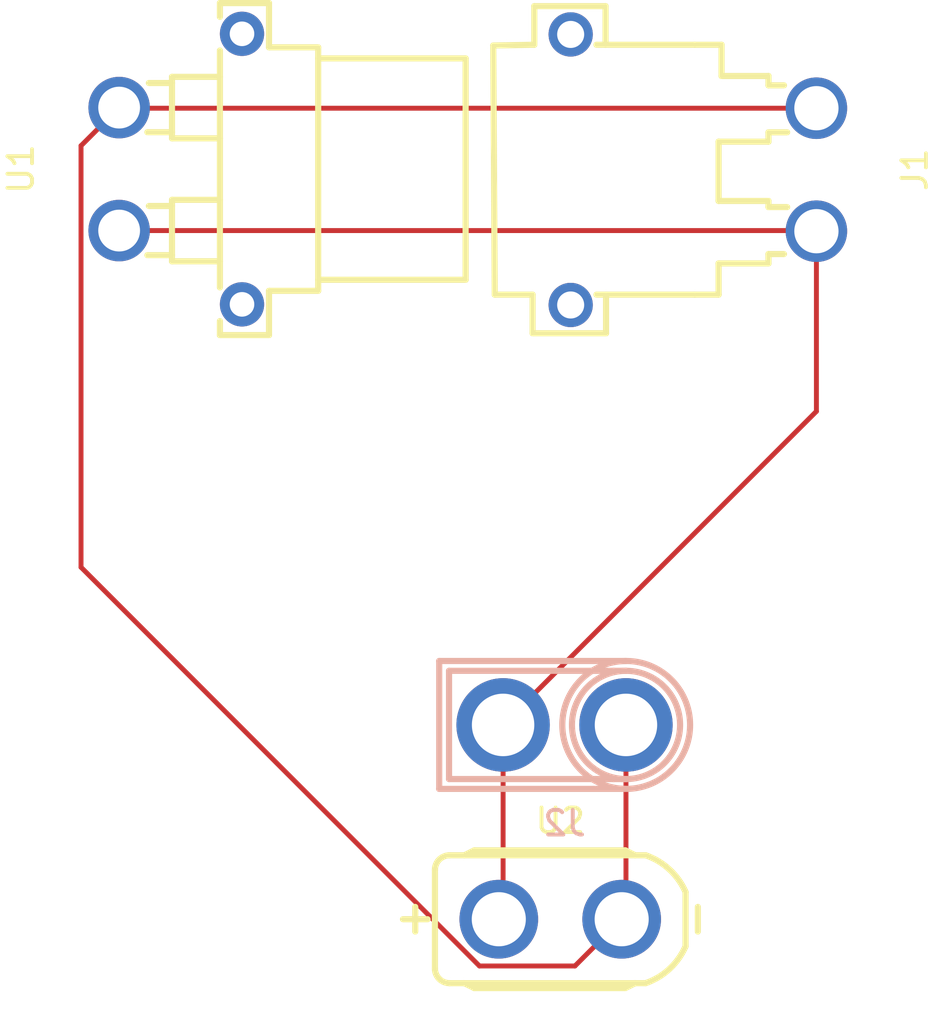
<source format=kicad_pcb>
(kicad_pcb (version 20241229) (generator "pcbnew") (generator_version "9.0")
  (layers (0 "F.Cu" signal) (2 "B.Cu" signal) (13 "F.Paste" user) (15 "B.Paste" user) (5 "F.SilkS" user "F.Silkscreen") (7 "B.SilkS" user "B.Silkscreen") (1 "F.Mask" user) (3 "B.Mask" user) (25 "Edge.Cuts" user))
  (net 0 "")
  (net 1 "gnd")
  (net 2 "vin")
  (footprint "lib:CONN-TH_XT30PW-F-1" (layer "F.Cu") (at 43.175 32.725 90)
    (property "Reference" "U1" (at 0 -6.5 90) (layer "F.SilkS"))
    (property "Value" "")
    (fp_line (start 3.5 -0.35) (end 3.5 -1.29) (stroke (width 0.25)) (layer "F.SilkS"))
    (fp_line (start 1.5 -0.35) (end 1.5 -1.35) (stroke (width 0.25)) (layer "F.SilkS"))
    (fp_line (start 1.25 -0.35) (end 3.75 -0.35) (stroke (width 0.25)) (layer "F.SilkS"))
    (fp_line (start -1.5 -0.35) (end -1.5 -1.29) (stroke (width 0.25)) (layer "F.SilkS"))
    (fp_line (start -3.5 -0.35) (end -3.5 -1.35) (stroke (width 0.25)) (layer "F.SilkS"))
    (fp_line (start -3.75 -0.35) (end -1.25 -0.35) (stroke (width 0.25)) (layer "F.SilkS"))
    (fp_line (start 6.75 1.6) (end 6.75 3.6) (stroke (width 0.25)) (layer "F.SilkS"))
    (fp_line (start 6.19 1.6) (end 6.75 1.6) (stroke (width 0.25)) (layer "F.SilkS"))
    (fp_line (start 3.75 1.6) (end 3.75 -0.35) (stroke (width 0.25)) (layer "F.SilkS"))
    (fp_line (start 1.25 1.6) (end 1.25 -0.35) (stroke (width 0.25)) (layer "F.SilkS"))
    (fp_line (start -1.25 1.6) (end -1.25 -0.35) (stroke (width 0.25)) (layer "F.SilkS"))
    (fp_line (start -3.75 1.6) (end -3.75 -0.35) (stroke (width 0.25)) (layer "F.SilkS"))
    (fp_line (start -4.81 1.6) (end 4.82 1.6) (stroke (width 0.25)) (layer "F.SilkS"))
    (fp_line (start -6.18 1.6) (end -6.75 1.6) (stroke (width 0.25)) (layer "F.SilkS"))
    (fp_line (start -6.75 1.6) (end -6.75 3.6) (stroke (width 0.25)) (layer "F.SilkS"))
    (fp_line (start 6.75 3.6) (end 4.95 3.6) (stroke (width 0.25)) (layer "F.SilkS"))
    (fp_line (start -6.75 3.6) (end -4.95 3.6) (stroke (width 0.25)) (layer "F.SilkS"))
    (fp_line (start 4.95 5.6) (end 4.95 3.6) (stroke (width 0.25)) (layer "F.SilkS"))
    (fp_line (start 4.95 5.6) (end -4.95 5.6) (stroke (width 0.25)) (layer "F.SilkS"))
    (fp_line (start -4.95 5.6) (end -4.95 3.6) (stroke (width 0.25)) (layer "F.SilkS"))
    (fp_line (start 4.5 11.6) (end 4.5 5.6) (stroke (width 0.25)) (layer "F.SilkS"))
    (fp_line (start -4.5 11.6) (end -4.5 5.6) (stroke (width 0.25)) (layer "F.SilkS"))
    (fp_line (start -4.5 11.6) (end 4.5 11.6) (stroke (width 0.25)) (layer "F.SilkS"))
    (fp_text user "${REFERENCE}" (at 0 -6.5 90) (layer "F.SilkS"))
    (pad "1" thru_hole circle (at -2.5 -2.5 90) (size 2.5 2.5) (drill 1.700022) (layers "*.Cu" "*.Mask") (net 2 "vin"))
    (pad "2" thru_hole circle (at 2.5 -2.5 90) (size 2.5 2.5) (drill 1.700022) (layers "*.Cu" "*.Mask") (net 1 "gnd"))
    (pad "3" thru_hole circle (at 5.5 2.5 90) (size 1.8 1.8) (drill 0.999998) (layers "*.Cu" "*.Mask"))
    (pad "4" thru_hole circle (at -5.5 2.5 90) (size 1.8 1.8) (drill 0.999998) (layers "*.Cu" "*.Mask"))
  )
  (footprint "lib:CONN-TH_XT30PW-M" (layer "F.Cu") (at 64.05 32.75 -90)
    (property "Reference" "J1" (at 0 -9 90) (layer "F.SilkS"))
    (property "Value" "")
    (fp_line (start -5.05 8.15) (end 5.08 8.09) (stroke (width 0.25)) (layer "F.SilkS"))
    (fp_line (start 5.08 8.09) (end 5.08 6.55) (stroke (width 0.25)) (layer "F.SilkS"))
    (fp_line (start 5.08 6.55) (end 6.65 6.55) (stroke (width 0.25)) (layer "F.SilkS"))
    (fp_line (start -6.65 6.48) (end -5.08 6.48) (stroke (width 0.25)) (layer "F.SilkS"))
    (fp_line (start -5.08 6.48) (end -5.05 8.15) (stroke (width 0.25)) (layer "F.SilkS"))
    (fp_line (start -5.08 3.95) (end -5.08 -0.05) (stroke (width 0.25)) (layer "F.SilkS"))
    (fp_line (start 5.08 3.95) (end 5.08 -0.05) (stroke (width 0.25)) (layer "F.SilkS"))
    (fp_line (start -6.65 3.58) (end -6.65 6.48) (stroke (width 0.25)) (layer "F.SilkS"))
    (fp_line (start -6.65 3.58) (end -5.08 3.58) (stroke (width 0.25)) (layer "F.SilkS"))
    (fp_line (start 5.08 3.56) (end 6.65 3.56) (stroke (width 0.25)) (layer "F.SilkS"))
    (fp_line (start 6.65 3.56) (end 6.65 6.55) (stroke (width 0.25)) (layer "F.SilkS"))
    (fp_line (start -1.14 -1.02) (end 1.27 -1.02) (stroke (width 0.25)) (layer "F.SilkS"))
    (fp_line (start 1.27 -1.02) (end 1.27 -3.05) (stroke (width 0.25)) (layer "F.SilkS"))
    (fp_line (start 3.81 -1.02) (end 5.08 -1.02) (stroke (width 0.25)) (layer "F.SilkS"))
    (fp_line (start 5.08 -1.02) (end 5.08 -0.05) (stroke (width 0.25)) (layer "F.SilkS"))
    (fp_line (start -5.08 -1.14) (end -5.08 -0.05) (stroke (width 0.25)) (layer "F.SilkS"))
    (fp_line (start -3.81 -1.14) (end -5.08 -1.14) (stroke (width 0.25)) (layer "F.SilkS"))
    (fp_line (start -3.81 -3.05) (end -3.81 -1.14) (stroke (width 0.25)) (layer "F.SilkS"))
    (fp_line (start -3.43 -3.05) (end -3.81 -3.05) (stroke (width 0.25)) (layer "F.SilkS"))
    (fp_line (start -1.52 -3.05) (end -1.14 -3.05) (stroke (width 0.25)) (layer "F.SilkS"))
    (fp_line (start -1.14 -3.05) (end -1.14 -1.02) (stroke (width 0.25)) (layer "F.SilkS"))
    (fp_line (start 1.27 -3.05) (end 1.52 -3.05) (stroke (width 0.25)) (layer "F.SilkS"))
    (fp_line (start 1.52 -3.05) (end 1.52 -3.81) (stroke (width 0.25)) (layer "F.SilkS"))
    (fp_line (start 3.43 -3.05) (end 3.81 -3.05) (stroke (width 0.25)) (layer "F.SilkS"))
    (fp_line (start 3.81 -3.05) (end 3.81 -1.02) (stroke (width 0.25)) (layer "F.SilkS"))
    (fp_line (start -3.43 -3.68) (end -3.43 -3.05) (stroke (width 0.25)) (layer "F.SilkS"))
    (fp_line (start 3.43 -3.68) (end 3.43 -3.05) (stroke (width 0.25)) (layer "F.SilkS"))
    (fp_line (start -1.52 -3.81) (end -1.52 -3.05) (stroke (width 0.25)) (layer "F.SilkS"))
    (fp_text user "${REFERENCE}" (at 0 -9 90) (layer "F.SilkS"))
    (pad "1" thru_hole circle (at -2.5 -5 270) (size 2.5 2.5) (drill 1.799996) (layers "*.Cu" "*.Mask") (net 1 "gnd"))
    (pad "2" thru_hole circle (at 2.5 -5 270) (size 2.5 2.5) (drill 1.799996) (layers "*.Cu" "*.Mask") (net 2 "vin"))
    (pad "3" thru_hole circle (at 5.5 5 270) (size 1.8 1.8) (drill 1.100023) (layers "*.Cu" "*.Mask"))
    (pad "4" thru_hole circle (at -5.5 5 270) (size 1.8 1.8) (drill 1.100023) (layers "*.Cu" "*.Mask"))
  )
  (footprint "lib:CONN-TH_XT30UPB-F" (layer "F.Cu") (at 58.625 63.225)
    (property "Reference" "U2" (at 0 -4 0) (layer "F.SilkS"))
    (property "Value" "")
    (fp_line (start -6.4 0) (end -5.4 0) (stroke (width 0.25)) (layer "F.SilkS"))
    (fp_line (start -5.9 0.5) (end -5.9 -0.5) (stroke (width 0.25)) (layer "F.SilkS"))
    (fp_line (start -5.1 2) (end -5.1 -2) (stroke (width 0.25)) (layer "F.SilkS"))
    (fp_line (start -4.5 -2.6) (end 3.48 -2.6) (stroke (width 0.25)) (layer "F.SilkS"))
    (fp_line (start -4.5 2.6) (end 3.48 2.6) (stroke (width 0.25)) (layer "F.SilkS"))
    (fp_line (start -3.9 -2.6) (end -3.5 -2.8) (stroke (width 0.25)) (layer "F.SilkS"))
    (fp_line (start -3.9 2.6) (end -3.5 2.8) (stroke (width 0.25)) (layer "F.SilkS"))
    (fp_line (start 2.65 -2.8) (end -3.5 -2.8) (stroke (width 0.25)) (layer "F.SilkS"))
    (fp_line (start 2.65 2.8) (end -3.5 2.8) (stroke (width 0.25)) (layer "F.SilkS"))
    (fp_line (start 3.05 -2.6) (end 2.65 -2.8) (stroke (width 0.25)) (layer "F.SilkS"))
    (fp_line (start 3.05 2.6) (end 2.65 2.8) (stroke (width 0.25)) (layer "F.SilkS"))
    (fp_line (start 5.1 1.1) (end 5.1 -1.1) (stroke (width 0.25)) (layer "F.SilkS"))
    (fp_line (start 5.6 0.5) (end 5.6 -0.5) (stroke (width 0.25)) (layer "F.SilkS"))
    (fp_arc (start -5.1 -2) (mid -4.924264 -2.424264) (end -4.5 -2.6) (stroke (width 0.25)) (layer "F.SilkS"))
    (fp_arc (start -4.5 2.6) (mid -4.924264 2.424264) (end -5.1 2) (stroke (width 0.25)) (layer "F.SilkS"))
    (fp_arc (start 3.48 -2.6) (mid 4.447927 -2.020111) (end 5.101698 -1.100472) (stroke (width 0.25)) (layer "F.SilkS"))
    (fp_arc (start 5.1 1.1) (mid 4.446561 2.018997) (end 3.479196 2.598432) (stroke (width 0.25)) (layer "F.SilkS"))
    (fp_text user "${REFERENCE}" (at 0 -4 0) (layer "F.SilkS"))
    (pad "1" thru_hole circle (at -2.5 0 90) (size 3.2 3.2) (drill 2.199996) (layers "*.Cu" "*.Mask") (net 2 "vin"))
    (pad "2" thru_hole circle (at 2.5 0 90) (size 3.2 3.2) (drill 2.199996) (layers "*.Cu" "*.Mask") (net 1 "gnd"))
  )
  (footprint "lib:CONN-TH_XT30U-M" (layer "B.Cu") (at 58.8 55.325)
    (property "Reference" "J2" (at 0 4 0) (layer "B.SilkS") (effects (justify mirror)))
    (property "Value" "")
    (fp_line (start -5.1 -2.6) (end 2.51 -2.6) (stroke (width 0.25)) (layer "B.SilkS"))
    (fp_line (start -5.1 2.6) (end -5.1 -2.6) (stroke (width 0.25)) (layer "B.SilkS"))
    (fp_line (start -4.7 -2.2) (end 2 -2.2) (stroke (width 0.25)) (layer "B.SilkS"))
    (fp_line (start -4.7 2.2) (end -4.7 -2.2) (stroke (width 0.25)) (layer "B.SilkS"))
    (fp_line (start -4.7 2.2) (end 2 2.2) (stroke (width 0.25)) (layer "B.SilkS"))
    (fp_line (start 2 -2.2) (end 2.5 -2.2) (stroke (width 0.25)) (layer "B.SilkS"))
    (fp_line (start 2 2.2) (end 2.5 2.2) (stroke (width 0.25)) (layer "B.SilkS"))
    (fp_line (start 2.5 -2.2) (end 2.5 -2.2) (stroke (width 0.25)) (layer "B.SilkS"))
    (fp_line (start 2.5 2.2) (end 2.5 2.2) (stroke (width 0.25)) (layer "B.SilkS"))
    (fp_line (start 2.51 2.6) (end -5.1 2.6) (stroke (width 0.25)) (layer "B.SilkS"))
    (fp_arc (start 2.5 2.2) (mid 2.480802 -2.199916) (end 2.538395 2.199665) (stroke (width 0.25)) (layer "B.SilkS"))
    (fp_arc (start 2.51 2.6) (mid 2.487311 -2.599901) (end 2.555376 2.599604) (stroke (width 0.25)) (layer "B.SilkS"))
    (fp_text user "${REFERENCE}" (at 0 4 0) (layer "B.SilkS") (effects (justify mirror)))
    (pad "1" thru_hole circle (at -2.5 0) (size 3.8 3.8) (drill 2.54) (layers "*.Cu" "*.Mask") (net 2 "vin"))
    (pad "2" thru_hole circle (at 2.5 0) (size 3.8 3.8) (drill 2.54) (layers "*.Cu" "*.Mask") (net 1 "gnd"))
  )
  (segment (start 59.224 65.126) (end 61.125 63.225) (width 0.2) (layer "F.Cu") (net 1))
  (segment (start 61.3 55.325) (end 61.3 63.05) (width 0.2) (layer "F.Cu") (net 1))
  (segment (start 61.3 63.05) (end 61.125 63.225) (width 0.2) (layer "F.Cu") (net 1))
  (segment (start 40.675 30.225) (end 39.124 31.776) (width 0.2) (layer "F.Cu") (net 1))
  (segment (start 69.05 30.25) (end 40.7 30.25) (width 0.2) (layer "F.Cu") (net 1))
  (segment (start 39.124 48.91242) (end 55.33758 65.126) (width 0.2) (layer "F.Cu") (net 1))
  (segment (start 55.33758 65.126) (end 59.224 65.126) (width 0.2) (layer "F.Cu") (net 1))
  (segment (start 39.124 31.776) (end 39.124 48.91242) (width 0.2) (layer "F.Cu") (net 1))
  (segment (start 40.7 30.25) (end 40.675 30.225) (width 0.2) (layer "F.Cu") (net 1))
  (segment (start 56.3 63.05) (end 56.125 63.225) (width 0.2) (layer "F.Cu") (net 2))
  (segment (start 69.025 35.225) (end 69.05 35.25) (width 0.2) (layer "F.Cu") (net 2))
  (segment (start 40.675 35.225) (end 69.025 35.225) (width 0.2) (layer "F.Cu") (net 2))
  (segment (start 69.05 35.25) (end 69.05 42.575) (width 0.2) (layer "F.Cu") (net 2))
  (segment (start 69.05 42.575) (end 56.3 55.325) (width 0.2) (layer "F.Cu") (net 2))
  (segment (start 56.3 55.325) (end 56.3 63.05) (width 0.2) (layer "F.Cu") (net 2))
)
</source>
